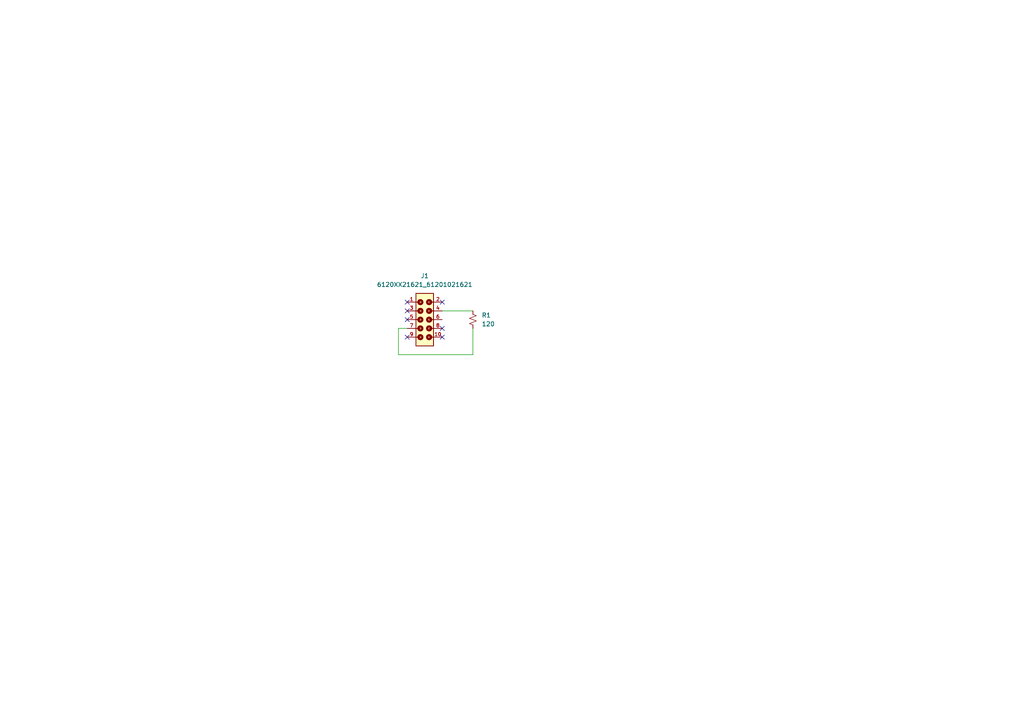
<source format=kicad_sch>
(kicad_sch (version 20231120) (generator "eeschema") (generator_version "8.0")
  (paper "A4")
  (lib_symbols
    (symbol "6120XX21621_61201021621:6120XX21621_61201021621" (pin_names (offset 1.016))
      (property "Reference" "J" (at -8.8 0.35 0))
      (property "Value" "6120XX21621_61201021621" (at -8.66 -1.87 0))
      (symbol "6120XX21621_61201021621_0_0"
        (rectangle (start -7.62 -2.54) (end 7.62 2.54) (stroke (width 0.254)) (fill (type background)))
        (circle (center -5.08 -1.27) (radius 0.254) (stroke (width 0.635)))
        (circle (center -5.08 1.27) (radius 0.254) (stroke (width 0.635)))
        (circle (center -2.54 -1.27) (radius 0.254) (stroke (width 0.635)))
        (circle (center -2.54 1.27) (radius 0.254) (stroke (width 0.635)))
        (circle (center 0 -1.27) (radius 0.254) (stroke (width 0.635)))
        (polyline (pts (xy -5.08 -1.27) (xy -5.08 -2.54)) (stroke (width 0.254)))
        (polyline (pts (xy -5.08 1.27) (xy -5.08 2.54)) (stroke (width 0.254)))
        (polyline (pts (xy -2.54 -1.27) (xy -2.54 -2.54)) (stroke (width 0.254)))
        (polyline (pts (xy -2.54 1.27) (xy -2.54 2.54)) (stroke (width 0.254)))
        (polyline (pts (xy 0 -1.27) (xy 0 -2.54)) (stroke (width 0.254)))
        (polyline (pts (xy 0 1.27) (xy 0 2.54)) (stroke (width 0.254)))
        (polyline (pts (xy 2.54 -1.27) (xy 2.54 -2.54)) (stroke (width 0.254)))
        (polyline (pts (xy 2.54 1.27) (xy 2.54 2.54)) (stroke (width 0.254)))
        (polyline (pts (xy 5.08 -1.27) (xy 5.08 -2.54)) (stroke (width 0.254)))
        (polyline (pts (xy 5.08 1.27) (xy 5.08 2.54)) (stroke (width 0.254)))
        (circle (center 0 1.27) (radius 0.254) (stroke (width 0.635)))
        (circle (center 2.54 -1.27) (radius 0.254) (stroke (width 0.635)))
        (circle (center 2.54 1.27) (radius 0.254) (stroke (width 0.635)))
        (circle (center 5.08 -1.27) (radius 0.254) (stroke (width 0.635)))
        (circle (center 5.08 1.27) (radius 0.254) (stroke (width 0.635)))
        (pin passive line (at -5.08 -5.08 90) (length 2.54) (name "~") (number "1"))
        (pin passive line (at 5.08 5.08 270) (length 2.54) (name "~") (number "10"))
        (pin passive line (at -5.08 5.08 270) (length 2.54) (name "~") (number "2"))
        (pin passive line (at -2.54 -5.08 90) (length 2.54) (name "~") (number "3"))
        (pin passive line (at -2.54 5.08 270) (length 2.54) (name "~") (number "4"))
        (pin passive line (at 0 -5.08 90) (length 2.54) (name "~") (number "5"))
        (pin passive line (at 0 5.08 270) (length 2.54) (name "~") (number "6"))
        (pin passive line (at 2.54 -5.08 90) (length 2.54) (name "~") (number "7"))
        (pin passive line (at 2.54 5.08 270) (length 2.54) (name "~") (number "8"))
        (pin passive line (at 5.08 -5.08 90) (length 2.54) (name "~") (number "9"))
      )
    )
    (symbol "Device:R_Small_US" (pin_numbers hide) (pin_names (offset 0.254) hide)
      (property "Reference" "R" (at 0.762 0.508 0))
      (property "Value" "R_Small_US" (at 0.762 -1.016 0))
      (symbol "R_Small_US_1_1"
        (polyline (pts (xy 0 0) (xy 1.016 -0.381) (xy 0 -0.762) (xy -1.016 -1.143) (xy 0 -1.524)))
        (polyline (pts (xy 0 1.524) (xy 1.016 1.143) (xy 0 0.762) (xy -1.016 0.381) (xy 0 0)))
        (pin passive line (at 0 2.54 270) (length 1.016) (name "~") (number "1"))
        (pin passive line (at 0 -2.54 90) (length 1.016) (name "~") (number "2"))
      )
    )
  )
  (no_connect (at 128.27 95.25))
  (no_connect (at 128.27 87.63))
  (no_connect (at 118.11 97.79))
  (no_connect (at 118.11 90.17))
  (no_connect (at 128.27 97.79))
  (no_connect (at 118.11 87.63))
  (no_connect (at 118.11 92.71))
  (wire (pts (xy 115.57 95.25) (xy 115.57 102.87)))
  (wire (pts (xy 115.57 102.87) (xy 137.16 102.87)))
  (wire (pts (xy 118.11 95.25) (xy 115.57 95.25)))
  (wire (pts (xy 128.27 90.17) (xy 137.16 90.17)))
  (wire (pts (xy 137.16 102.87) (xy 137.16 95.25)))
  (symbol (lib_id "Device:R_Small_US") (at 137.16 92.71 180) (unit 1)
    (property "Reference" "R1" (at 139.7 91.4399 0) (effects (justify right)))
    (property "Value" "120" (at 139.7 93.9799 0) (effects (justify right)))
    (property "Footprint" "Resistor_THT:R_Axial_DIN0207_L6.3mm_D2.5mm_P10.16mm_Horizontal" (effects (hide yes)))
    (property "Description" "Resistor, small US symbol" (effects (hide yes)))
  )
  (symbol (lib_id "6120XX21621_61201021621:6120XX21621_61201021621") (at 123.19 92.71 270) (unit 1)
    (property "Reference" "J1" (at 123.19 80.01 90))
    (property "Value" "6120XX21621_61201021621" (at 123.19 82.55 90))
    (property "Footprint" "6120XX21621_61201021621:61201021621" (effects (hide yes)))
    (property "MF" "Würth Elektronik" (effects (hide yes)))
    (property "CONTACT-RESISTANCE" "20mOhm" (effects (hide yes)))
    (property "Description_1" "\n                        \n                            Connector Header Through Hole 10 position 0.100 (2.54mm)\n                        \n" (effects (hide yes)))
    (property "Package" "None" (effects (hide yes)))
    (property "GENDER" "Male" (effects (hide yes)))
    (property "MOUNT" "THT" (effects (hide yes)))
    (property "IR" "3A" (effects (hide yes)))
    (property "VALUE" "61201021621" (effects (hide yes)))
    (property "Availability" "In Stock" (effects (hide yes)))
    (property "PACKAGING" "Tray" (effects (hide yes)))
    (property "PART-NUMBER" "61201021621" (effects (hide yes)))
    (property "LENGTH" "20.36mm" (effects (hide yes)))
    (property "SnapEDA_Link" "https://www.snapeda.com/parts/61201021621/W%25C3%25BCrth+Elektronik+Midcom/view-part/?ref=snap" (effects (hide yes)))
    (property "DATASHEET-URL" "https://www.we-online.com/redexpert/spec/61201021621?ae" (effects (hide yes)))
    (property "MP" "61201021621" (effects (hide yes)))
    (property "WORKING-VOLTAGE" "250V(AC)" (effects (hide yes)))
    (property "PINS" "10" (effects (hide yes)))
    (property "PITCH" "2.54mm" (effects (hide yes)))
    (property "TYPE" "Straight" (effects (hide yes)))
    (property "Price" "None" (effects (hide yes)))
    (property "Check_prices" "https://www.snapeda.com/parts/61201021621/W%25C3%25BCrth+Elektronik+Midcom/view-part/?ref=eda" (effects (hide yes)))
  )
)
</source>
